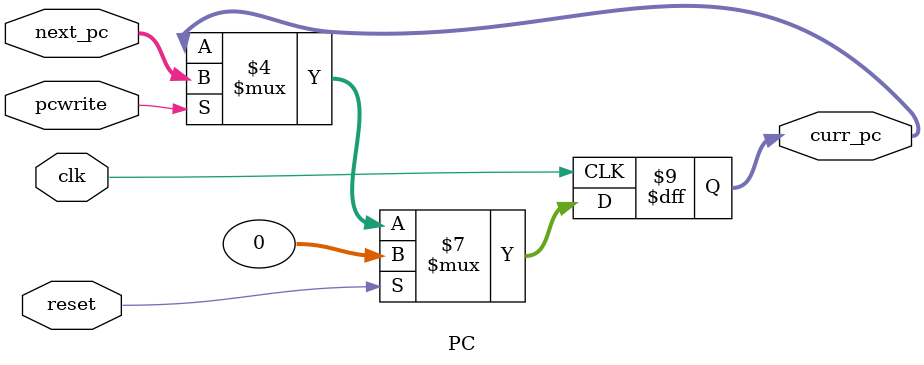
<source format=v>

module PC(reset, clk, pcwrite, next_pc, curr_pc);
    input reset;
    input clk;
    input pcwrite;
    input [31:0] next_pc;
    output reg[31:0] curr_pc;

    initial begin
        curr_pc = 0;
    end

    always @(posedge clk) begin
        if (reset)
            curr_pc <= 0;
        else 
            if(pcwrite == 1)
                curr_pc <= next_pc;
    end
endmodule


</source>
